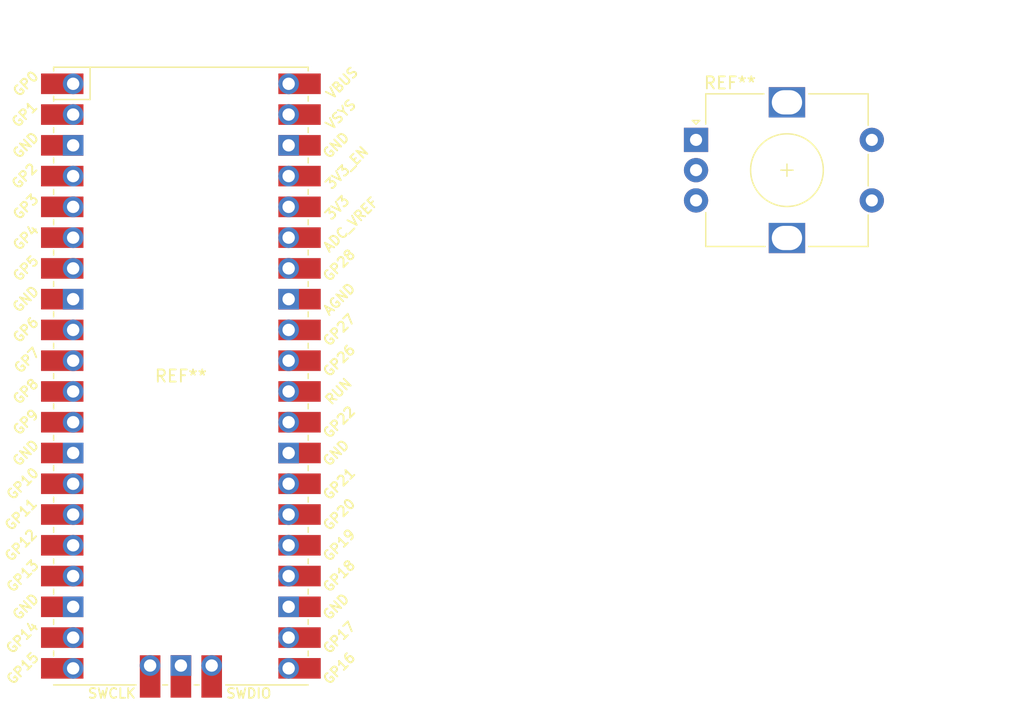
<source format=kicad_pcb>
(kicad_pcb (version 20240108) (generator "pcbnew") (generator_version "8.0")
  (layers (0 "F.Cu" signal) (31 "B.Cu" signal) (34 "B.Paste" user) (35 "F.Paste" user) (36 "B.SilkS" user "B.Silkscreen") (37 "F.SilkS" user "F.Silkscreen") (38 "B.Mask" user) (39 "F.Mask" user) (44 "Edge.Cuts" user))
  (net 0 "")
  (footprint "Rotary_Encoder:RotaryEncoder_Alps_EC12E-Switch_Vertical_H20mm" (layer "F.Cu") (at 126 46.5)
    (property "Reference" "REF**" (at 2.8 -4.7 0) (layer "F.SilkS"))
    (property "Value" "RotaryEncoder_Alps_EC12E-Switch_Vertical_H20mm")
    (fp_line (start -0.3 -1.6) (end 0.3 -1.6) (stroke (width 0.12)) (layer "F.SilkS"))
    (fp_line (start 0 -1.3) (end -0.3 -1.6) (stroke (width 0.12)) (layer "F.SilkS"))
    (fp_line (start 0.3 -1.6) (end 0 -1.3) (stroke (width 0.12)) (layer "F.SilkS"))
    (fp_line (start 0.8 -3.8) (end 0.8 -1.3) (stroke (width 0.12)) (layer "F.SilkS"))
    (fp_line (start 0.8 8.8) (end 0.8 6) (stroke (width 0.12)) (layer "F.SilkS"))
    (fp_line (start 5.6 -3.8) (end 0.8 -3.8) (stroke (width 0.12)) (layer "F.SilkS"))
    (fp_line (start 5.7 8.8) (end 0.8 8.8) (stroke (width 0.12)) (layer "F.SilkS"))
    (fp_line (start 7 2.5) (end 8 2.5) (stroke (width 0.12)) (layer "F.SilkS"))
    (fp_line (start 7.5 2) (end 7.5 3) (stroke (width 0.12)) (layer "F.SilkS"))
    (fp_line (start 9.3 -3.8) (end 14.2 -3.8) (stroke (width 0.12)) (layer "F.SilkS"))
    (fp_line (start 14.2 -3.8) (end 14.2 -1.2) (stroke (width 0.12)) (layer "F.SilkS"))
    (fp_line (start 14.2 1.2) (end 14.2 3.8) (stroke (width 0.12)) (layer "F.SilkS"))
    (fp_line (start 14.2 6.2) (end 14.2 8.8) (stroke (width 0.12)) (layer "F.SilkS"))
    (fp_line (start 14.2 8.8) (end 9.3 8.8) (stroke (width 0.12)) (layer "F.SilkS"))
    (fp_circle (center 7.5 2.5) (end 10.5 2.5) (stroke (width 0.12)) (fill none) (layer "F.SilkS"))
    (pad "A" thru_hole rect (at 0 0) (size 2 2) (drill 1) (layers "*.Cu" "*.Mask"))
    (pad "B" thru_hole circle (at 0 5) (size 2 2) (drill 1) (layers "*.Cu" "*.Mask"))
    (pad "C" thru_hole circle (at 0 2.5) (size 2 2) (drill 1) (layers "*.Cu" "*.Mask"))
    (pad "MP" thru_hole rect (at 7.5 -3.1) (size 3 2.5) (drill oval 2.5 2) (layers "*.Cu" "*.Mask"))
    (pad "MP" thru_hole rect (at 7.5 8.1) (size 3 2.5) (drill oval 2.5 2) (layers "*.Cu" "*.Mask"))
    (pad "S1" thru_hole circle (at 14.5 0) (size 2 2) (drill 1) (layers "*.Cu" "*.Mask"))
    (pad "S2" thru_hole circle (at 14.5 5) (size 2 2) (drill 1) (layers "*.Cu" "*.Mask"))
  )
  (footprint "KiCAD_RP_Pico:RPi_Pico_SMD_TH" (layer "F.Cu") (at 83.5 66)
    (property "Reference" "REF**" (at 0 0 0) (layer "F.SilkS"))
    (property "Value" "RPi_Pico_SMD_TH")
    (fp_line (start -10.5 -25.5) (end -10.5 -25.2) (stroke (width 0.12)) (layer "F.SilkS"))
    (fp_line (start -10.5 -25.5) (end 10.5 -25.5) (stroke (width 0.12)) (layer "F.SilkS"))
    (fp_line (start -10.5 -23.1) (end -10.5 -22.7) (stroke (width 0.12)) (layer "F.SilkS"))
    (fp_line (start -10.5 -22.833) (end -7.493 -22.833) (stroke (width 0.12)) (layer "F.SilkS"))
    (fp_line (start -10.5 -20.5) (end -10.5 -20.1) (stroke (width 0.12)) (layer "F.SilkS"))
    (fp_line (start -10.5 -18) (end -10.5 -17.6) (stroke (width 0.12)) (layer "F.SilkS"))
    (fp_line (start -10.5 -15.4) (end -10.5 -15) (stroke (width 0.12)) (layer "F.SilkS"))
    (fp_line (start -10.5 -12.9) (end -10.5 -12.5) (stroke (width 0.12)) (layer "F.SilkS"))
    (fp_line (start -10.5 -10.4) (end -10.5 -10) (stroke (width 0.12)) (layer "F.SilkS"))
    (fp_line (start -10.5 -7.8) (end -10.5 -7.4) (stroke (width 0.12)) (layer "F.SilkS"))
    (fp_line (start -10.5 -5.3) (end -10.5 -4.9) (stroke (width 0.12)) (layer "F.SilkS"))
    (fp_line (start -10.5 -2.7) (end -10.5 -2.3) (stroke (width 0.12)) (layer "F.SilkS"))
    (fp_line (start -10.5 -0.2) (end -10.5 0.2) (stroke (width 0.12)) (layer "F.SilkS"))
    (fp_line (start -10.5 2.3) (end -10.5 2.7) (stroke (width 0.12)) (layer "F.SilkS"))
    (fp_line (start -10.5 4.9) (end -10.5 5.3) (stroke (width 0.12)) (layer "F.SilkS"))
    (fp_line (start -10.5 7.4) (end -10.5 7.8) (stroke (width 0.12)) (layer "F.SilkS"))
    (fp_line (start -10.5 10) (end -10.5 10.4) (stroke (width 0.12)) (layer "F.SilkS"))
    (fp_line (start -10.5 12.5) (end -10.5 12.9) (stroke (width 0.12)) (layer "F.SilkS"))
    (fp_line (start -10.5 15.1) (end -10.5 15.5) (stroke (width 0.12)) (layer "F.SilkS"))
    (fp_line (start -10.5 17.6) (end -10.5 18) (stroke (width 0.12)) (layer "F.SilkS"))
    (fp_line (start -10.5 20.1) (end -10.5 20.5) (stroke (width 0.12)) (layer "F.SilkS"))
    (fp_line (start -10.5 22.7) (end -10.5 23.1) (stroke (width 0.12)) (layer "F.SilkS"))
    (fp_line (start -7.493 -22.833) (end -7.493 -25.5) (stroke (width 0.12)) (layer "F.SilkS"))
    (fp_line (start -3.7 25.5) (end -10.5 25.5) (stroke (width 0.12)) (layer "F.SilkS"))
    (fp_line (start -1.5 25.5) (end -1.1 25.5) (stroke (width 0.12)) (layer "F.SilkS"))
    (fp_line (start 1.1 25.5) (end 1.5 25.5) (stroke (width 0.12)) (layer "F.SilkS"))
    (fp_line (start 10.5 -25.5) (end 10.5 -25.2) (stroke (width 0.12)) (layer "F.SilkS"))
    (fp_line (start 10.5 -23.1) (end 10.5 -22.7) (stroke (width 0.12)) (layer "F.SilkS"))
    (fp_line (start 10.5 -20.5) (end 10.5 -20.1) (stroke (width 0.12)) (layer "F.SilkS"))
    (fp_line (start 10.5 -18) (end 10.5 -17.6) (stroke (width 0.12)) (layer "F.SilkS"))
    (fp_line (start 10.5 -15.4) (end 10.5 -15) (stroke (width 0.12)) (layer "F.SilkS"))
    (fp_line (start 10.5 -12.9) (end 10.5 -12.5) (stroke (width 0.12)) (layer "F.SilkS"))
    (fp_line (start 10.5 -10.4) (end 10.5 -10) (stroke (width 0.12)) (layer "F.SilkS"))
    (fp_line (start 10.5 -7.8) (end 10.5 -7.4) (stroke (width 0.12)) (layer "F.SilkS"))
    (fp_line (start 10.5 -5.3) (end 10.5 -4.9) (stroke (width 0.12)) (layer "F.SilkS"))
    (fp_line (start 10.5 -2.7) (end 10.5 -2.3) (stroke (width 0.12)) (layer "F.SilkS"))
    (fp_line (start 10.5 -0.2) (end 10.5 0.2) (stroke (width 0.12)) (layer "F.SilkS"))
    (fp_line (start 10.5 2.3) (end 10.5 2.7) (stroke (width 0.12)) (layer "F.SilkS"))
    (fp_line (start 10.5 4.9) (end 10.5 5.3) (stroke (width 0.12)) (layer "F.SilkS"))
    (fp_line (start 10.5 7.4) (end 10.5 7.8) (stroke (width 0.12)) (layer "F.SilkS"))
    (fp_line (start 10.5 10) (end 10.5 10.4) (stroke (width 0.12)) (layer "F.SilkS"))
    (fp_line (start 10.5 12.5) (end 10.5 12.9) (stroke (width 0.12)) (layer "F.SilkS"))
    (fp_line (start 10.5 15.1) (end 10.5 15.5) (stroke (width 0.12)) (layer "F.SilkS"))
    (fp_line (start 10.5 17.6) (end 10.5 18) (stroke (width 0.12)) (layer "F.SilkS"))
    (fp_line (start 10.5 20.1) (end 10.5 20.5) (stroke (width 0.12)) (layer "F.SilkS"))
    (fp_line (start 10.5 22.7) (end 10.5 23.1) (stroke (width 0.12)) (layer "F.SilkS"))
    (fp_line (start 10.5 25.5) (end 3.7 25.5) (stroke (width 0.12)) (layer "F.SilkS"))
    (fp_text user "GP5" (at -12.8 -8.89 45) (layer "F.SilkS") (effects (font (size 0.8 0.8))))
    (fp_text user "GP26" (at 13.054 -1.27 45) (layer "F.SilkS") (effects (font (size 0.8 0.8))))
    (fp_text user "GND" (at -12.8 -19.05 45) (layer "F.SilkS") (effects (font (size 0.8 0.8))))
    (fp_text user "GP7" (at -12.7 -1.3 45) (layer "F.SilkS") (effects (font (size 0.8 0.8))))
    (fp_text user "GP18" (at 13.054 16.51 45) (layer "F.SilkS") (effects (font (size 0.8 0.8))))
    (fp_text user "3V3_EN" (at 13.7 -17.2 45) (layer "F.SilkS") (effects (font (size 0.8 0.8))))
    (fp_text user "GP13" (at -13.054 16.51 45) (layer "F.SilkS") (effects (font (size 0.8 0.8))))
    (fp_text user "GP9" (at -12.8 3.81 45) (layer "F.SilkS") (effects (font (size 0.8 0.8))))
    (fp_text user "GP21" (at 13.054 8.9 45) (layer "F.SilkS") (effects (font (size 0.8 0.8))))
    (fp_text user "VBUS" (at 13.3 -24.2 45) (layer "F.SilkS") (effects (font (size 0.8 0.8))))
    (fp_text user "SWCLK" (at -5.7 26.2 0) (layer "F.SilkS") (effects (font (size 0.8 0.8))))
    (fp_text user "GND" (at 12.8 6.35 45) (layer "F.SilkS") (effects (font (size 0.8 0.8))))
    (fp_text user "GP17" (at 13.054 21.59 45) (layer "F.SilkS") (effects (font (size 0.8 0.8))))
    (fp_text user "3V3" (at 12.9 -13.9 45) (layer "F.SilkS") (effects (font (size 0.8 0.8))))
    (fp_text user "GP6" (at -12.8 -3.81 45) (layer "F.SilkS") (effects (font (size 0.8 0.8))))
    (fp_text user "GP12" (at -13.2 13.97 45) (layer "F.SilkS") (effects (font (size 0.8 0.8))))
    (fp_text user "GP20" (at 13.054 11.43 45) (layer "F.SilkS") (effects (font (size 0.8 0.8))))
    (fp_text user "GP22" (at 13.054 3.81 45) (layer "F.SilkS") (effects (font (size 0.8 0.8))))
    (fp_text user "GP28" (at 13.054 -9.144 45) (layer "F.SilkS") (effects (font (size 0.8 0.8))))
    (fp_text user "GP27" (at 13.054 -3.8 45) (layer "F.SilkS") (effects (font (size 0.8 0.8))))
    (fp_text user "ADC_VREF" (at 14 -12.5 45) (layer "F.SilkS") (effects (font (size 0.8 0.8))))
    (fp_text user "GP11" (at -13.2 11.43 45) (layer "F.SilkS") (effects (font (size 0.8 0.8))))
    (fp_text user "GP1" (at -12.9 -21.6 45) (layer "F.SilkS") (effects (font (size 0.8 0.8))))
    (fp_text user "GND" (at -12.8 6.35 45) (layer "F.SilkS") (effects (font (size 0.8 0.8))))
    (fp_text user "GP2" (at -12.9 -16.51 45) (layer "F.SilkS") (effects (font (size 0.8 0.8))))
    (fp_text user "AGND" (at 13.054 -6.35 45) (layer "F.SilkS") (effects (font (size 0.8 0.8))))
    (fp_text user "GP14" (at -13.1 21.59 45) (layer "F.SilkS") (effects (font (size 0.8 0.8))))
    (fp_text user "GP10" (at -13.054 8.89 45) (layer "F.SilkS") (effects (font (size 0.8 0.8))))
    (fp_text user "GND" (at 12.8 -19.05 45) (layer "F.SilkS") (effects (font (size 0.8 0.8))))
    (fp_text user "GP4" (at -12.8 -11.43 45) (layer "F.SilkS") (effects (font (size 0.8 0.8))))
    (fp_text user "GP8" (at -12.8 1.27 45) (layer "F.SilkS") (effects (font (size 0.8 0.8))))
    (fp_text user "GP15" (at -13.054 24.13 45) (layer "F.SilkS") (effects (font (size 0.8 0.8))))
    (fp_text user "SWDIO" (at 5.6 26.2 0) (layer "F.SilkS") (effects (font (size 0.8 0.8))))
    (fp_text user "GND" (at -12.8 19.05 45) (layer "F.SilkS") (effects (font (size 0.8 0.8))))
    (fp_text user "GP19" (at 13.054 13.97 45) (layer "F.SilkS") (effects (font (size 0.8 0.8))))
    (fp_text user "VSYS" (at 13.2 -21.59 45) (layer "F.SilkS") (effects (font (size 0.8 0.8))))
    (fp_text user "GP16" (at 13.054 24.13 45) (layer "F.SilkS") (effects (font (size 0.8 0.8))))
    (fp_text user "GP3" (at -12.8 -13.97 45) (layer "F.SilkS") (effects (font (size 0.8 0.8))))
    (fp_text user "RUN" (at 13 1.27 45) (layer "F.SilkS") (effects (font (size 0.8 0.8))))
    (fp_text user "GP0" (at -12.8 -24.13 45) (layer "F.SilkS") (effects (font (size 0.8 0.8))))
    (fp_text user "GND" (at 12.8 19.05 45) (layer "F.SilkS") (effects (font (size 0.8 0.8))))
    (fp_text user "GND" (at -12.8 -6.35 45) (layer "F.SilkS") (effects (font (size 0.8 0.8))))
    (pad "" np_thru_hole oval (at -2.725 -24) (size 1.8 1.8) (drill 1.8) (layers "*.Cu" "*.Mask"))
    (pad "" np_thru_hole oval (at -2.425 -20.97) (size 1.5 1.5) (drill 1.5) (layers "*.Cu" "*.Mask"))
    (pad "" np_thru_hole oval (at 2.425 -20.97) (size 1.5 1.5) (drill 1.5) (layers "*.Cu" "*.Mask"))
    (pad "" np_thru_hole oval (at 2.725 -24) (size 1.8 1.8) (drill 1.8) (layers "*.Cu" "*.Mask"))
    (pad "1" thru_hole oval (at -8.89 -24.13) (size 1.7 1.7) (drill 1.02) (layers "*.Cu" "*.Mask"))
    (pad "1" smd rect (at -8.89 -24.13) (size 3.5 1.7) (drill (offset -0.9 0)) (layers "F.Cu" "F.Mask"))
    (pad "2" thru_hole oval (at -8.89 -21.59) (size 1.7 1.7) (drill 1.02) (layers "*.Cu" "*.Mask"))
    (pad "2" smd rect (at -8.89 -21.59) (size 3.5 1.7) (drill (offset -0.9 0)) (layers "F.Cu" "F.Mask"))
    (pad "3" thru_hole rect (at -8.89 -19.05) (size 1.7 1.7) (drill 1.02) (layers "*.Cu" "*.Mask"))
    (pad "3" smd rect (at -8.89 -19.05) (size 3.5 1.7) (drill (offset -0.9 0)) (layers "F.Cu" "F.Mask"))
    (pad "4" thru_hole oval (at -8.89 -16.51) (size 1.7 1.7) (drill 1.02) (layers "*.Cu" "*.Mask"))
    (pad "4" smd rect (at -8.89 -16.51) (size 3.5 1.7) (drill (offset -0.9 0)) (layers "F.Cu" "F.Mask"))
    (pad "5" thru_hole oval (at -8.89 -13.97) (size 1.7 1.7) (drill 1.02) (layers "*.Cu" "*.Mask"))
    (pad "5" smd rect (at -8.89 -13.97) (size 3.5 1.7) (drill (offset -0.9 0)) (layers "F.Cu" "F.Mask"))
    (pad "6" thru_hole oval (at -8.89 -11.43) (size 1.7 1.7) (drill 1.02) (layers "*.Cu" "*.Mask"))
    (pad "6" smd rect (at -8.89 -11.43) (size 3.5 1.7) (drill (offset -0.9 0)) (layers "F.Cu" "F.Mask"))
    (pad "7" thru_hole oval (at -8.89 -8.89) (size 1.7 1.7) (drill 1.02) (layers "*.Cu" "*.Mask"))
    (pad "7" smd rect (at -8.89 -8.89) (size 3.5 1.7) (drill (offset -0.9 0)) (layers "F.Cu" "F.Mask"))
    (pad "8" thru_hole rect (at -8.89 -6.35) (size 1.7 1.7) (drill 1.02) (layers "*.Cu" "*.Mask"))
    (pad "8" smd rect (at -8.89 -6.35) (size 3.5 1.7) (drill (offset -0.9 0)) (layers "F.Cu" "F.Mask"))
    (pad "9" thru_hole oval (at -8.89 -3.81) (size 1.7 1.7) (drill 1.02) (layers "*.Cu" "*.Mask"))
    (pad "9" smd rect (at -8.89 -3.81) (size 3.5 1.7) (drill (offset -0.9 0)) (layers "F.Cu" "F.Mask"))
    (pad "10" thru_hole oval (at -8.89 -1.27) (size 1.7 1.7) (drill 1.02) (layers "*.Cu" "*.Mask"))
    (pad "10" smd rect (at -8.89 -1.27) (size 3.5 1.7) (drill (offset -0.9 0)) (layers "F.Cu" "F.Mask"))
    (pad "11" thru_hole oval (at -8.89 1.27) (size 1.7 1.7) (drill 1.02) (layers "*.Cu" "*.Mask"))
    (pad "11" smd rect (at -8.89 1.27) (size 3.5 1.7) (drill (offset -0.9 0)) (layers "F.Cu" "F.Mask"))
    (pad "12" thru_hole oval (at -8.89 3.81) (size 1.7 1.7) (drill 1.02) (layers "*.Cu" "*.Mask"))
    (pad "12" smd rect (at -8.89 3.81) (size 3.5 1.7) (drill (offset -0.9 0)) (layers "F.Cu" "F.Mask"))
    (pad "13" thru_hole rect (at -8.89 6.35) (size 1.7 1.7) (drill 1.02) (layers "*.Cu" "*.Mask"))
    (pad "13" smd rect (at -8.89 6.35) (size 3.5 1.7) (drill (offset -0.9 0)) (layers "F.Cu" "F.Mask"))
    (pad "14" thru_hole oval (at -8.89 8.89) (size 1.7 1.7) (drill 1.02) (layers "*.Cu" "*.Mask"))
    (pad "14" smd rect (at -8.89 8.89) (size 3.5 1.7) (drill (offset -0.9 0)) (layers "F.Cu" "F.Mask"))
    (pad "15" thru_hole oval (at -8.89 11.43) (size 1.7 1.7) (drill 1.02) (layers "*.Cu" "*.Mask"))
    (pad "15" smd rect (at -8.89 11.43) (size 3.5 1.7) (drill (offset -0.9 0)) (layers "F.Cu" "F.Mask"))
    (pad "16" thru_hole oval (at -8.89 13.97) (size 1.7 1.7) (drill 1.02) (layers "*.Cu" "*.Mask"))
    (pad "16" smd rect (at -8.89 13.97) (size 3.5 1.7) (drill (offset -0.9 0)) (layers "F.Cu" "F.Mask"))
    (pad "17" thru_hole oval (at -8.89 16.51) (size 1.7 1.7) (drill 1.02) (layers "*.Cu" "*.Mask"))
    (pad "17" smd rect (at -8.89 16.51) (size 3.5 1.7) (drill (offset -0.9 0)) (layers "F.Cu" "F.Mask"))
    (pad "18" thru_hole rect (at -8.89 19.05) (size 1.7 1.7) (drill 1.02) (layers "*.Cu" "*.Mask"))
    (pad "18" smd rect (at -8.89 19.05) (size 3.5 1.7) (drill (offset -0.9 0)) (layers "F.Cu" "F.Mask"))
    (pad "19" thru_hole oval (at -8.89 21.59) (size 1.7 1.7) (drill 1.02) (layers "*.Cu" "*.Mask"))
    (pad "19" smd rect (at -8.89 21.59) (size 3.5 1.7) (drill (offset -0.9 0)) (layers "F.Cu" "F.Mask"))
    (pad "20" thru_hole oval (at -8.89 24.13) (size 1.7 1.7) (drill 1.02) (layers "*.Cu" "*.Mask"))
    (pad "20" smd rect (at -8.89 24.13) (size 3.5 1.7) (drill (offset -0.9 0)) (layers "F.Cu" "F.Mask"))
    (pad "21" thru_hole oval (at 8.89 24.13) (size 1.7 1.7) (drill 1.02) (layers "*.Cu" "*.Mask"))
    (pad "21" smd rect (at 8.89 24.13) (size 3.5 1.7) (drill (offset 0.9 0)) (layers "F.Cu" "F.Mask"))
    (pad "22" thru_hole oval (at 8.89 21.59) (size 1.7 1.7) (drill 1.02) (layers "*.Cu" "*.Mask"))
    (pad "22" smd rect (at 8.89 21.59) (size 3.5 1.7) (drill (offset 0.9 0)) (layers "F.Cu" "F.Mask"))
    (pad "23" thru_hole rect (at 8.89 19.05) (size 1.7 1.7) (drill 1.02) (layers "*.Cu" "*.Mask"))
    (pad "23" smd rect (at 8.89 19.05) (size 3.5 1.7) (drill (offset 0.9 0)) (layers "F.Cu" "F.Mask"))
    (pad "24" thru_hole oval (at 8.89 16.51) (size 1.7 1.7) (drill 1.02) (layers "*.Cu" "*.Mask"))
    (pad "24" smd rect (at 8.89 16.51) (size 3.5 1.7) (drill (offset 0.9 0)) (layers "F.Cu" "F.Mask"))
    (pad "25" thru_hole oval (at 8.89 13.97) (size 1.7 1.7) (drill 1.02) (layers "*.Cu" "*.Mask"))
    (pad "25" smd rect (at 8.89 13.97) (size 3.5 1.7) (drill (offset 0.9 0)) (layers "F.Cu" "F.Mask"))
    (pad "26" thru_hole oval (at 8.89 11.43) (size 1.7 1.7) (drill 1.02) (layers "*.Cu" "*.Mask"))
    (pad "26" smd rect (at 8.89 11.43) (size 3.5 1.7) (drill (offset 0.9 0)) (layers "F.Cu" "F.Mask"))
    (pad "27" thru_hole oval (at 8.89 8.89) (size 1.7 1.7) (drill 1.02) (layers "*.Cu" "*.Mask"))
    (pad "27" smd rect (at 8.89 8.89) (size 3.5 1.7) (drill (offset 0.9 0)) (layers "F.Cu" "F.Mask"))
    (pad "28" thru_hole rect (at 8.89 6.35) (size 1.7 1.7) (drill 1.02) (layers "*.Cu" "*.Mask"))
    (pad "28" smd rect (at 8.89 6.35) (size 3.5 1.7) (drill (offset 0.9 0)) (layers "F.Cu" "F.Mask"))
    (pad "29" thru_hole oval (at 8.89 3.81) (size 1.7 1.7) (drill 1.02) (layers "*.Cu" "*.Mask"))
    (pad "29" smd rect (at 8.89 3.81) (size 3.5 1.7) (drill (offset 0.9 0)) (layers "F.Cu" "F.Mask"))
    (pad "30" thru_hole oval (at 8.89 1.27) (size 1.7 1.7) (drill 1.02) (layers "*.Cu" "*.Mask"))
    (pad "30" smd rect (at 8.89 1.27) (size 3.5 1.7) (drill (offset 0.9 0)) (layers "F.Cu" "F.Mask"))
    (pad "31" thru_hole oval (at 8.89 -1.27) (size 1.7 1.7) (drill 1.02) (layers "*.Cu" "*.Mask"))
    (pad "31" smd rect (at 8.89 -1.27) (size 3.5 1.7) (drill (offset 0.9 0)) (layers "F.Cu" "F.Mask"))
    (pad "32" thru_hole oval (at 8.89 -3.81) (size 1.7 1.7) (drill 1.02) (layers "*.Cu" "*.Mask"))
    (pad "32" smd rect (at 8.89 -3.81) (size 3.5 1.7) (drill (offset 0.9 0)) (layers "F.Cu" "F.Mask"))
    (pad "33" thru_hole rect (at 8.89 -6.35) (size 1.7 1.7) (drill 1.02) (layers "*.Cu" "*.Mask"))
    (pad "33" smd rect (at 8.89 -6.35) (size 3.5 1.7) (drill (offset 0.9 0)) (layers "F.Cu" "F.Mask"))
    (pad "34" thru_hole oval (at 8.89 -8.89) (size 1.7 1.7) (drill 1.02) (layers "*.Cu" "*.Mask"))
    (pad "34" smd rect (at 8.89 -8.89) (size 3.5 1.7) (drill (offset 0.9 0)) (layers "F.Cu" "F.Mask"))
    (pad "35" thru_hole oval (at 8.89 -11.43) (size 1.7 1.7) (drill 1.02) (layers "*.Cu" "*.Mask"))
    (pad "35" smd rect (at 8.89 -11.43) (size 3.5 1.7) (drill (offset 0.9 0)) (layers "F.Cu" "F.Mask"))
    (pad "36" thru_hole oval (at 8.89 -13.97) (size 1.7 1.7) (drill 1.02) (layers "*.Cu" "*.Mask"))
    (pad "36" smd rect (at 8.89 -13.97) (size 3.5 1.7) (drill (offset 0.9 0)) (layers "F.Cu" "F.Mask"))
    (pad "37" thru_hole oval (at 8.89 -16.51) (size 1.7 1.7) (drill 1.02) (layers "*.Cu" "*.Mask"))
    (pad "37" smd rect (at 8.89 -16.51) (size 3.5 1.7) (drill (offset 0.9 0)) (layers "F.Cu" "F.Mask"))
    (pad "38" thru_hole rect (at 8.89 -19.05) (size 1.7 1.7) (drill 1.02) (layers "*.Cu" "*.Mask"))
    (pad "38" smd rect (at 8.89 -19.05) (size 3.5 1.7) (drill (offset 0.9 0)) (layers "F.Cu" "F.Mask"))
    (pad "39" thru_hole oval (at 8.89 -21.59) (size 1.7 1.7) (drill 1.02) (layers "*.Cu" "*.Mask"))
    (pad "39" smd rect (at 8.89 -21.59) (size 3.5 1.7) (drill (offset 0.9 0)) (layers "F.Cu" "F.Mask"))
    (pad "40" thru_hole oval (at 8.89 -24.13) (size 1.7 1.7) (drill 1.02) (layers "*.Cu" "*.Mask"))
    (pad "40" smd rect (at 8.89 -24.13) (size 3.5 1.7) (drill (offset 0.9 0)) (layers "F.Cu" "F.Mask"))
    (pad "41" thru_hole oval (at -2.54 23.9) (size 1.7 1.7) (drill 1.02) (layers "*.Cu" "*.Mask"))
    (pad "41" smd rect (at -2.54 23.9 90) (size 3.5 1.7) (drill (offset -0.9 0)) (layers "F.Cu" "F.Mask"))
    (pad "42" thru_hole rect (at 0 23.9) (size 1.7 1.7) (drill 1.02) (layers "*.Cu" "*.Mask"))
    (pad "42" smd rect (at 0 23.9 90) (size 3.5 1.7) (drill (offset -0.9 0)) (layers "F.Cu" "F.Mask"))
    (pad "43" thru_hole oval (at 2.54 23.9) (size 1.7 1.7) (drill 1.02) (layers "*.Cu" "*.Mask"))
    (pad "43" smd rect (at 2.54 23.9 90) (size 3.5 1.7) (drill (offset -0.9 0)) (layers "F.Cu" "F.Mask"))
  )
)
</source>
